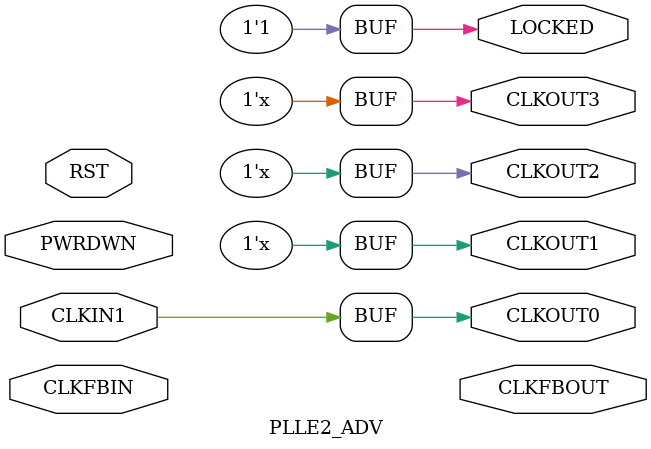
<source format=sv>
`timescale 1ns / 1ps

module PLLE2_ADV #(
	CLKFBOUT_MULT   = 4'd12,
	CLKIN1_PERIOD	= 10.0,
	CLKOUT0_DIVIDE  = 5'd16,
	CLKOUT0_PHASE   = 1'd0,
	CLKOUT1_DIVIDE  = 4'd8,
	CLKOUT1_PHASE   = 1'd0,
	CLKOUT2_DIVIDE  = 2'd2,
	CLKOUT2_PHASE   = 1'd0,
	CLKOUT3_DIVIDE  = 3'd6,
	CLKOUT3_PHASE   = 1'd0,
	DIVCLK_DIVIDE   = 1'd1,
	REF_JITTER1     = 0.01,
	STARTUP_WAIT    = "FALSE"
)(
	input logic     CLKFBIN,
	input logic     CLKIN1,
	input logic     PWRDWN,
	input logic     RST,

	output logic    CLKFBOUT,
	output logic    CLKOUT0,
	output logic    CLKOUT1,
	output logic    CLKOUT2,
	output logic    CLKOUT3,
	output logic    LOCKED
);

initial CLKOUT1 = 1'b0;
always #0.25   CLKOUT1 <= !CLKOUT1;

initial CLKOUT2 = 1'b0;
always #0.03125  CLKOUT2 <= !CLKOUT2;

initial CLKOUT3 = 1'b0;
always #0.09375 CLKOUT3 <= !CLKOUT3;

assign CLKOUT0 = CLKIN1;
assign LOCKED = 1'b1;

endmodule


</source>
